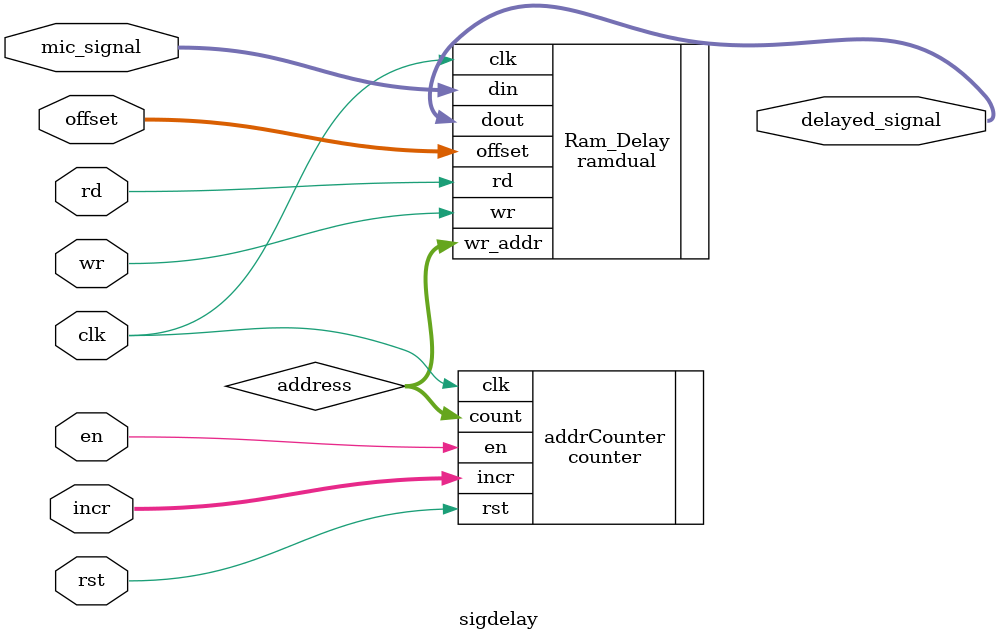
<source format=sv>
module sigdelay #(
    parameter   A_WIDTH = 9,
                D_WIDTH = 8
)(
    //interface signals
    input logic             clk,    //clock
    input logic             rst,    //reset
    input logic             en,     //enable
    input logic [A_WIDTH-1:0]            incr,   //increment for addr counter
    input logic             wr,
    input logic             rd,
    input logic [D_WIDTH-1:0]       mic_signal,
    input logic [A_WIDTH-1:0]         offset,
    output logic [D_WIDTH-1:0]           delayed_signal    // output data
);

    logic [A_WIDTH-1:0]         address; //interconnect wire
;

counter addrCounter (
    .clk (clk),
    .rst (rst),
    .en (en),
    .incr (incr),
    .count (address)
);

ramdual Ram_Delay (
    .clk(clk),
    .wr(wr),
    .rd(rd),
    .wr_addr (address),
    .offset (offset),
    .din (mic_signal),
    .dout (delayed_signal)
);

endmodule

</source>
